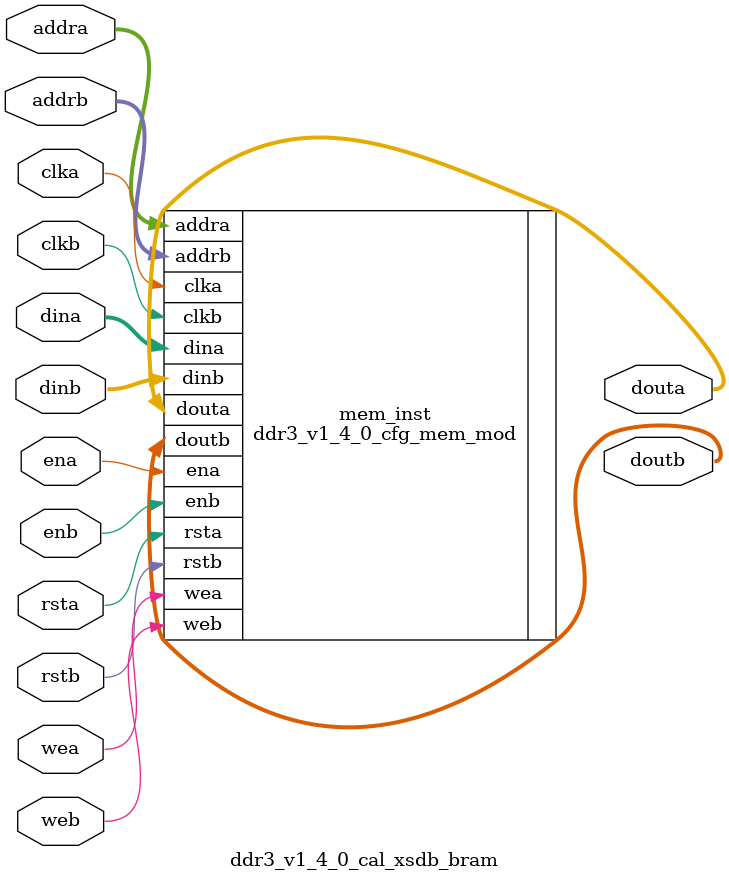
<source format=sv>
/******************************************************************************
// (c) Copyright 2013 - 2014 Xilinx, Inc. All rights reserved.
//
// This file contains confidential and proprietary information
// of Xilinx, Inc. and is protected under U.S. and
// international copyright and other intellectual property
// laws.
//
// DISCLAIMER
// This disclaimer is not a license and does not grant any
// rights to the materials distributed herewith. Except as
// otherwise provided in a valid license issued to you by
// Xilinx, and to the maximum extent permitted by applicable
// law: (1) THESE MATERIALS ARE MADE AVAILABLE "AS IS" AND
// WITH ALL FAULTS, AND XILINX HEREBY DISCLAIMS ALL WARRANTIES
// AND CONDITIONS, EXPRESS, IMPLIED, OR STATUTORY, INCLUDING
// BUT NOT LIMITED TO WARRANTIES OF MERCHANTABILITY, NON-
// INFRINGEMENT, OR FITNESS FOR ANY PARTICULAR PURPOSE; and
// (2) Xilinx shall not be liable (whether in contract or tort,
// including negligence, or under any other theory of
// liability) for any loss or damage of any kind or nature
// related to, arising under or in connection with these
// materials, including for any direct, or any indirect,
// special, incidental, or consequential loss or damage
// (including loss of data, profits, goodwill, or any type of
// loss or damage suffered as a result of any action brought
// by a third party) even if such damage or loss was
// reasonably foreseeable or Xilinx had been advised of the
// possibility of the same.
//
// CRITICAL APPLICATIONS
// Xilinx products are not designed or intended to be fail-
// safe, or for use in any application requiring fail-safe
// performance, such as life-support or safety devices or
// systems, Class III medical devices, nuclear facilities,
// applications related to the deployment of airbags, or any
// other applications that could lead to death, personal
// injury, or severe property or environmental damage
// (individually and collectively, "Critical
// Applications"). Customer assumes the sole risk and
// liability of any use of Xilinx products in Critical
// Applications, subject only to applicable laws and
// regulations governing limitations on product liability.
//
// THIS COPYRIGHT NOTICE AND DISCLAIMER MUST BE RETAINED AS
// PART OF THIS FILE AT ALL TIMES.
******************************************************************************/
//   ____  ____
//  /   /\/   /
// /___/  \  /    Vendor             : Xilinx
// \   \   \/     Version            : 2.0
//  \   \         Application        : MIG
//  /   /         Filename           : ddr3_v1_4_0_cal_xsdb_bram.sv
// /___/   /\     Date Last Modified : $Date: 2015/04/23 $
// \   \  /  \    Date Created       : Tue May 13 2014
//  \___\/\___\
//
// Device           : UltraScale
// Design Name      : DDR4 SDRAM & DDR3 SDRAM
// Purpose          :
//                   ddr3_v1_4_0_cal_xsdb_bram module
// Reference        :
// Revision History :
//*****************************************************************************
`timescale 1ns / 1ps

(* bram_map="yes" *)

module ddr3_v1_4_0_cal_xsdb_bram
    #(	
    
		parameter       	  MEM                        	  =  "DDR4"
		,parameter       	  DBYTES                     	  =  8 //4
		,parameter            START_ADDRESS                   =  18
		,parameter  		  SPREAD_SHEET_VERSION            =  2
		,parameter            RTL_VERSION                     =  0
		,parameter            MEM_CODE                        =  0
		,parameter  		  MEMORY_TYPE                     =  (MEM == "DDR4") ? 2 : 1
		,parameter            MEMORY_CONFIGURATION            =  1
		,parameter            MEMORY_VOLTAGE                  =  1
        ,parameter            CLKFBOUT_MULT_PLL               =  4
        ,parameter            DIVCLK_DIVIDE_PLL               =  1
        ,parameter            CLKOUT0_DIVIDE_PLL              =  1
        ,parameter            CLKFBOUT_MULT_MMCM              =  4
        ,parameter            DIVCLK_DIVIDE_MMCM              =  1
        ,parameter            CLKOUT0_DIVIDE_MMCM             =  4
		,parameter  		  DQBITS	                      =  64
		,parameter			  NIBBLE                          =  DQBITS/4
		,parameter  		  BITS_PER_BYTE                   =  8 //DQBITS/DBYTES
		,parameter  		  SLOTS                   =  1
		,parameter  		  ABITS                           =  10
		,parameter  		  BABITS                          =  2
		,parameter       	  BGBITS              	          =  2
		,parameter       	  CKEBITS                  		  =  4
		,parameter       	  CSBITS             	          =  4
		,parameter       	  ODTBITS                    	  =  4
		,parameter       	  DRAM_WIDTH                 	  =  8      // # of DQ per DQS
		,parameter       	  RANKS                      	  =  4 // 1      //1, 2, 3, or 4
		,parameter            S_HEIGHT                        =  1
		,parameter       	  nCK_PER_CLK                	  =  1      // # of memory CKs per fabric CLK
        ,parameter            tCK                             =  2000		
		,parameter       	  DM_DBI_SETTING             	  =  7     //// 3bits requried all 7
		,parameter            BISC_EN                         =  0
		,parameter       	  USE_CS_PORT             	      =  1     //// 1 bit
		,parameter            EXTRA_CMD_DELAY                 =  0     //// 1 bit
		,parameter            REG_CTRL_ON                     =  0     // RDIMM register control
		,parameter            CA_MIRROR                       =  0     //// 1 bit
		,parameter       	  DQS_GATE                   	  =  7
		,parameter       	  WRLVL                      	  =  7
		,parameter       	  RDLVL                      	  =  7
		,parameter       	  RDLVL_DBI                       =  7
		,parameter       	  WR_DQS_DQ                  	  =  7
		,parameter       	  WR_DQS_DM_DBI                   =  7
		,parameter            WRITE_LAT                       =  7
		,parameter       	  RDLVL_COMPLEX                   =  3     ///2 bits required all 3
		,parameter       	  WR_DQS_COMPLEX                  =  3     ///2 bits required all 3
		,parameter       	  DQS_TRACKING               	  =  3
		,parameter       	  RD_VREF                    	  =  3
		,parameter       	  RD_VREF_PATTERN                 =  3
		,parameter       	  WR_VREF                    	  =  3
		,parameter       	  WR_VREF_PATTERN                 =  3
		,parameter       	  DQS_SAMPLE_CNT             	  =  127
		,parameter       	  WRLVL_SAMPLE_CNT           	  =  255
		,parameter       	  RDLVL_SAMPLE_CNT           	  =  127
		,parameter       	  COMPLEX_LOOP_CNT           	  =  255
		,parameter       	  IODELAY_QTR_CK_TAP_CNT     	  =  255
		,parameter       	  DEBUG_MESSAGES     	          =  0
		,parameter         	  MR0                     		  =  13'b0000000110000
		,parameter         	  MR1                     		  =  13'b0000100000001 //RTT_NOM=RZQ/4 (60 Ohm)
		,parameter         	  MR2                     		  =  13'b0000000011000
		,parameter         	  MR3                     		  =  13'b0000000000000
		,parameter         	  MR4                     		  =  13'b0000000000000
		,parameter         	  MR5                     		  =  13'b0010000000000
		,parameter         	  MR6                     		  =  13'b0100000000000
		,parameter            ODTWR                           = 16'h0000
		,parameter            ODTRD                           = 16'h0000
		,parameter            SLOT0_CONFIG                    = 0     // all 9 bits
		,parameter            SLOT1_CONFIG                    = 0     // all 9 bits
		,parameter            SLOT0_FUNC_CS                   = 0     // all 9 bits
		,parameter            SLOT1_FUNC_CS                   = 0     // all 9 bits
		,parameter            SLOT0_ODD_CS                    = 0     // all 9 bits
		,parameter            SLOT1_ODD_CS                    = 0     // all 9 bits
		,parameter            DDR4_REG_RC03                   = 0     // all 9 bits
		,parameter            DDR4_REG_RC04                   = 0     // all 9 bits
		,parameter            DDR4_REG_RC05                   = 0     // all 9 bits
		,parameter            DDR4_REG_RC3X                   = 0     // all 9 bits
		
		,parameter         	  MR0_0                   		  =  MR0[8:0]
		,parameter         	  MR0_1                   		  =  {5'b0,MR0[12:9]}
		,parameter         	  MR1_0                   		  =  MR1[8:0]
		,parameter         	  MR1_1                   		  =  {5'b0,MR1[12:9]}
		,parameter         	  MR2_0                   	 	  =  MR2[8:0]
		,parameter         	  MR2_1                   		  =  {5'b0,MR2[12:9]}
		,parameter         	  MR3_0                   		  =  MR3[8:0]
		,parameter         	  MR3_1                   		  =  {5'b0,MR3[12:9]}
		,parameter         	  MR4_0                   		  =  MR4[8:0]
		,parameter         	  MR4_1                   		  =  {5'b0,MR4[12:9]}
		,parameter         	  MR5_0                   		  =  MR5[8:0]
		,parameter         	  MR5_1                   		  =  {5'b0,MR5[12:9]}
		,parameter         	  MR6_0                   		  =  MR6[8:0]
		,parameter         	  MR6_1                   		  =  {5'b0,MR6[12:9]}
  
       ,parameter NUM_BRAMS    = 1
	   ,parameter SIZE         = 36 * 1024 * NUM_BRAMS
    // Specify INITs as 9 bit blocks (256 locations per blockRAM)
       ,parameter ADDR_WIDTH   = 16
	   ,parameter DATA_WIDTH   = 9
       ,parameter PIPELINE_REG = 1 
    )
  (
	
		clka,
		clkb,
		ena,
		enb,
		addra,
		addrb,
		dina,
		dinb,
		douta,
		doutb,
		wea,
		web,
		rsta,
		rstb
);
input clka;
input clkb;
input ena;
input enb;
input [ADDR_WIDTH-1:0]addra;
input [ADDR_WIDTH-1:0]addrb;
input [DATA_WIDTH-1:0]dina;
input [DATA_WIDTH-1:0]dinb;
input wea;
input web;
input rsta;
input rstb;
output reg [DATA_WIDTH-1:0]douta;
output reg [DATA_WIDTH-1:0]doutb;


// Initial values to the BlockRam 0
localparam [8:0] mem0_init_0 = {4'b0,START_ADDRESS[4:0]};
localparam [8:0] mem0_init_1 = 9'b0;
localparam [8:0] mem0_init_2 = 9'b0;
localparam [8:0] mem0_init_3 = {5'b0,SPREAD_SHEET_VERSION[3:0]};
localparam [8:0] mem0_init_4 = {6'b0,MEMORY_TYPE[2:0]};
localparam [8:0] mem0_init_5 = {7'b0,RANKS[1:0]};
localparam [8:0] mem0_init_6 = DBYTES[8:0]; // MAN - repeats DBYTES parameter (may hardwire to BYTES for initial SW compatability)
localparam [8:0] mem0_init_7 = NIBBLE[8:0];
localparam [8:0] mem0_init_8 = BITS_PER_BYTE[8:0];
localparam [8:0] mem0_init_9 = 9'b1;
localparam [8:0] mem0_init_10 = 9'b1;
localparam [8:0] mem0_init_11 = 9'b1;
localparam [8:0] mem0_init_12 = SLOTS;
localparam [8:0] mem0_init_13 = 9'b0;
localparam [8:0] mem0_init_14 = 9'b0;
localparam [8:0] mem0_init_15 = 9'b0;
localparam [8:0] mem0_init_16 = 9'b0;
localparam [8:0] mem0_init_17 = 9'b0;
localparam [8:0] mem0_init_18 = RTL_VERSION[8:0];
localparam [8:0] mem0_init_19 = 9'b0;
localparam [8:0] mem0_init_20 = NUM_BRAMS[8:0];
localparam [8:0] mem0_init_21 = {BGBITS[1:0],BABITS[1:0],ABITS[4:0]};
localparam [8:0] mem0_init_22 = {ODTBITS[2:0],CSBITS[2:0],CKEBITS[2:0]};
localparam [8:0] mem0_init_23 = DBYTES[8:0];
localparam [8:0] mem0_init_24 = DRAM_WIDTH[8:0];
localparam [8:0] mem0_init_25 = {CA_MIRROR[0],REG_CTRL_ON[0],EXTRA_CMD_DELAY[0],USE_CS_PORT[0],BISC_EN[0],DM_DBI_SETTING[2:0],nCK_PER_CLK[0]};
localparam [8:0] mem0_init_26 = {RDLVL[2:0],WRLVL[2:0],DQS_GATE[2:0]};
localparam [8:0] mem0_init_27 = {WR_DQS_DM_DBI[2:0],WR_DQS_DQ[2:0],RDLVL_DBI[2:0]};
localparam [8:0] mem0_init_28 = {WR_DQS_COMPLEX[2:0],RDLVL_COMPLEX[2:0],WRITE_LAT[2:0]};
localparam [8:0] mem0_init_29 = {DEBUG_MESSAGES[0],RD_VREF_PATTERN[1:0],WR_VREF_PATTERN[1:0],RD_VREF[1:0],WR_VREF[1:0]};
localparam [8:0] mem0_init_30 = {7'b0,DQS_TRACKING[1:0]};
localparam [8:0] mem0_init_31 = DQS_SAMPLE_CNT[8:0];
localparam [8:0] mem0_init_32 = WRLVL_SAMPLE_CNT[8:0];
localparam [8:0] mem0_init_33 = RDLVL_SAMPLE_CNT[8:0];
localparam [8:0] mem0_init_34 = COMPLEX_LOOP_CNT[8:0];
localparam [8:0] mem0_init_35 = IODELAY_QTR_CK_TAP_CNT[8:0];
localparam [8:0] mem0_init_36 = {5'b0,S_HEIGHT[3:0]};
localparam [8:0] mem0_init_37 = 9'b0;
localparam [8:0] mem0_init_38 = 9'b0;
localparam [8:0] mem0_init_39 = 9'b0;
localparam [8:0] mem0_init_40 = {1'b0, ODTWR[7:0]};
localparam [8:0] mem0_init_41 = {1'b0, ODTWR[15:8]};
localparam [8:0] mem0_init_42 = {1'b0, ODTRD[7:0]};
localparam [8:0] mem0_init_43 = {1'b0, ODTRD[15:8]};
localparam [8:0] mem0_init_44 = SLOT0_CONFIG;
localparam [8:0] mem0_init_45 = SLOT1_CONFIG;
localparam [8:0] mem0_init_46 = SLOT0_FUNC_CS;
localparam [8:0] mem0_init_47 = SLOT1_FUNC_CS;
localparam [8:0] mem0_init_48 = SLOT0_ODD_CS;
localparam [8:0] mem0_init_49 = SLOT1_ODD_CS;
localparam [8:0] mem0_init_50 = DDR4_REG_RC03;
localparam [8:0] mem0_init_51 = DDR4_REG_RC04;
localparam [8:0] mem0_init_52 = DDR4_REG_RC05;
localparam [8:0] mem0_init_53 = DDR4_REG_RC3X;
localparam [8:0] mem0_init_54 = MR0_0[8:0];
localparam [8:0] mem0_init_55 = MR0_1[8:0];
localparam [8:0] mem0_init_56 = MR1_0[8:0];
localparam [8:0] mem0_init_57 = MR1_1[8:0];
localparam [8:0] mem0_init_58 = MR2_0[8:0];
localparam [8:0] mem0_init_59 = MR2_1[8:0];
localparam [8:0] mem0_init_60 = MR3_0[8:0];
localparam [8:0] mem0_init_61 = MR3_1[8:0];
localparam [8:0] mem0_init_62 = MR4_0[8:0];
localparam [8:0] mem0_init_63 = MR4_1[8:0];
localparam [8:0] mem0_init_64 = MR5_0[8:0];
localparam [8:0] mem0_init_65 = MR5_1[8:0];
localparam [8:0] mem0_init_66 = MR6_0[8:0];
localparam [8:0] mem0_init_67 = MR6_1[8:0];
localparam [8:0] mem0_init_68 = 9'b0;
localparam [8:0] mem0_init_69 = tCK[8:0];
localparam [8:0] mem0_init_70 = tCK[16:9];
localparam [8:0] mem0_init_71 = MEMORY_CONFIGURATION[8:0];
localparam [8:0] mem0_init_72 = MEMORY_VOLTAGE[8:0];
localparam [8:0] mem0_init_73 = CLKFBOUT_MULT_PLL[8:0];
localparam [8:0] mem0_init_74 = DIVCLK_DIVIDE_PLL[8:0];
localparam [8:0] mem0_init_75 = CLKFBOUT_MULT_MMCM[8:0];
localparam [8:0] mem0_init_76 = DIVCLK_DIVIDE_MMCM[8:0];
localparam [8:0] mem0_init_77 = 9'b0;
localparam [8:0] mem0_init_78 = 9'b0;
localparam [8:0] mem0_init_79 = 9'b0;
localparam [8:0] mem0_init_80 = 9'b0;
localparam [8:0] mem0_init_81 = 9'b0;
localparam [8:0] mem0_init_82 = 9'b0;
localparam [8:0] mem0_init_83 = 9'b0;
localparam [8:0] mem0_init_84 = 9'b0;
localparam [8:0] mem0_init_85 = 9'b0;
localparam [8:0] mem0_init_86 = 9'b0;
localparam [8:0] mem0_init_87 = 9'b0;
localparam [8:0] mem0_init_88 = 9'b0;
localparam [8:0] mem0_init_89 = 9'b0;
localparam [8:0] mem0_init_90 = 9'b0;
localparam [8:0] mem0_init_91 = 9'b0;
localparam [8:0] mem0_init_92 = 9'b0;
localparam [8:0] mem0_init_93 = 9'b0;
localparam [8:0] mem0_init_94 = 9'b0;
localparam [8:0] mem0_init_95 = 9'b0;
localparam [8:0] mem0_init_96 = 9'b0;
localparam [8:0] mem0_init_97 = 9'b0;
localparam [8:0] mem0_init_98 = 9'b0;
localparam [8:0] mem0_init_99 = 9'b0;
localparam [8:0] mem0_init_100 = 9'b0;
localparam [8:0] mem0_init_101 = 9'b0;
localparam [8:0] mem0_init_102 = 9'b0;
localparam [8:0] mem0_init_103 = 9'b0;
localparam [8:0] mem0_init_104 = 9'b0;
localparam [8:0] mem0_init_105 = 9'b0;
localparam [8:0] mem0_init_106 = 9'b0;
localparam [8:0] mem0_init_107 = 9'b0;
localparam [8:0] mem0_init_108 = 9'b0;
localparam [8:0] mem0_init_109 = 9'b0;
localparam [8:0] mem0_init_110 = 9'b0;
localparam [8:0] mem0_init_111 = 9'b0;
localparam [8:0] mem0_init_112 = 9'b0;
localparam [8:0] mem0_init_113 = 9'b0;
localparam [8:0] mem0_init_114 = 9'b0;
localparam [8:0] mem0_init_115 = 9'b0;
localparam [8:0] mem0_init_116 = 9'b0;
localparam [8:0] mem0_init_117 = 9'b0;
localparam [8:0] mem0_init_118 = 9'b0;
localparam [8:0] mem0_init_119 = 9'b0;
localparam [8:0] mem0_init_120 = 9'b0;
localparam [8:0] mem0_init_121 = 9'b0;
localparam [8:0] mem0_init_122 = 9'b0;
localparam [8:0] mem0_init_123 = 9'b0;
localparam [8:0] mem0_init_124 = 9'b0;
localparam [8:0] mem0_init_125 = 9'b0;
localparam [8:0] mem0_init_126 = 9'b0;
localparam [8:0] mem0_init_127 = 9'b0;
localparam [8:0] mem0_init_128 = 9'b0;
localparam [8:0] mem0_init_129 = 9'b0;
localparam [8:0] mem0_init_130 = 9'b0;
localparam [8:0] mem0_init_131 = 9'b0;
localparam [8:0] mem0_init_132 = 9'b0;
localparam [8:0] mem0_init_133 = 9'b0;
localparam [8:0] mem0_init_134 = 9'b0;
localparam [8:0] mem0_init_135 = 9'b0;
localparam [8:0] mem0_init_136 = 9'b0;
localparam [8:0] mem0_init_137 = 9'b0;
localparam [8:0] mem0_init_138 = 9'b0;
localparam [8:0] mem0_init_139 = 9'b0;
localparam [8:0] mem0_init_140 = 9'b0;
localparam [8:0] mem0_init_141 = 9'b0;
localparam [8:0] mem0_init_142 = 9'b0;
localparam [8:0] mem0_init_143 = 9'b0;
localparam [8:0] mem0_init_144 = 9'b0;
localparam [8:0] mem0_init_145 = 9'b0;
localparam [8:0] mem0_init_146 = 9'b0;
localparam [8:0] mem0_init_147 = 9'b0;
localparam [8:0] mem0_init_148 = 9'b0;
localparam [8:0] mem0_init_149 = 9'b0;
localparam [8:0] mem0_init_150 = 9'b0;
localparam [8:0] mem0_init_151 = 9'b0;
localparam [8:0] mem0_init_152 = 9'b0;
localparam [8:0] mem0_init_153 = 9'b0;
localparam [8:0] mem0_init_154 = 9'b0;
localparam [8:0] mem0_init_155 = 9'b0;
localparam [8:0] mem0_init_156 = 9'b0;
localparam [8:0] mem0_init_157 = 9'b0;
localparam [8:0] mem0_init_158 = 9'b0;
localparam [8:0] mem0_init_159 = 9'b0;
localparam [8:0] mem0_init_160 = 9'b0;
localparam [8:0] mem0_init_161 = 9'b0;
localparam [8:0] mem0_init_162 = 9'b0;
localparam [8:0] mem0_init_163 = 9'b0;
localparam [8:0] mem0_init_164 = 9'b0;
localparam [8:0] mem0_init_165 = 9'b0;
localparam [8:0] mem0_init_166 = 9'b0;
localparam [8:0] mem0_init_167 = 9'b0;
localparam [8:0] mem0_init_168 = 9'b0;
localparam [8:0] mem0_init_169 = 9'b0;
localparam [8:0] mem0_init_170 = 9'b0;
localparam [8:0] mem0_init_171 = 9'b0;
localparam [8:0] mem0_init_172 = 9'b0;
localparam [8:0] mem0_init_173 = 9'b0;
localparam [8:0] mem0_init_174 = 9'b0;
localparam [8:0] mem0_init_175 = 9'b0;
localparam [8:0] mem0_init_176 = 9'b0;
localparam [8:0] mem0_init_177 = 9'b0;
localparam [8:0] mem0_init_178 = 9'b0;
localparam [8:0] mem0_init_179 = 9'b0;
localparam [8:0] mem0_init_180 = 9'b0;
localparam [8:0] mem0_init_181 = 9'b0;
localparam [8:0] mem0_init_182 = 9'b0;
localparam [8:0] mem0_init_183 = 9'b0;
localparam [8:0] mem0_init_184 = 9'b0;
localparam [8:0] mem0_init_185 = 9'b0;
localparam [8:0] mem0_init_186 = 9'b0;
localparam [8:0] mem0_init_187 = 9'b0;
localparam [8:0] mem0_init_188 = 9'b0;
localparam [8:0] mem0_init_189 = 9'b0;
localparam [8:0] mem0_init_190 = 9'b0;
localparam [8:0] mem0_init_191 = 9'b0;
localparam [8:0] mem0_init_192 = 9'b0;
localparam [8:0] mem0_init_193 = 9'b0;
localparam [8:0] mem0_init_194 = 9'b0;
localparam [8:0] mem0_init_195 = 9'b0;
localparam [8:0] mem0_init_196 = 9'b0;
localparam [8:0] mem0_init_197 = 9'b0;
localparam [8:0] mem0_init_198 = 9'b0;
localparam [8:0] mem0_init_199 = 9'b0;
localparam [8:0] mem0_init_200 = 9'b0;
localparam [8:0] mem0_init_201 = 9'b0;
localparam [8:0] mem0_init_202 = 9'b0;
localparam [8:0] mem0_init_203 = 9'b0;
localparam [8:0] mem0_init_204 = 9'b0;
localparam [8:0] mem0_init_205 = 9'b0;
localparam [8:0] mem0_init_206 = 9'b0;
localparam [8:0] mem0_init_207 = 9'b0;
localparam [8:0] mem0_init_208 = 9'b0;
localparam [8:0] mem0_init_209 = 9'b0;
localparam [8:0] mem0_init_210 = 9'b0;
localparam [8:0] mem0_init_211 = 9'b0;
localparam [8:0] mem0_init_212 = 9'b0;
localparam [8:0] mem0_init_213 = 9'b0;
localparam [8:0] mem0_init_214 = 9'b0;
localparam [8:0] mem0_init_215 = 9'b0;
localparam [8:0] mem0_init_216 = 9'b0;
localparam [8:0] mem0_init_217 = 9'b0;
localparam [8:0] mem0_init_218 = 9'b0;
localparam [8:0] mem0_init_219 = 9'b0;
localparam [8:0] mem0_init_220 = 9'b0;
localparam [8:0] mem0_init_221 = 9'b0;
localparam [8:0] mem0_init_222 = 9'b0;
localparam [8:0] mem0_init_223 = 9'b0;
localparam [8:0] mem0_init_224 = 9'b0;
localparam [8:0] mem0_init_225 = 9'b0;
localparam [8:0] mem0_init_226 = 9'b0;
localparam [8:0] mem0_init_227 = 9'b0;
localparam [8:0] mem0_init_228 = 9'b0;
localparam [8:0] mem0_init_229 = 9'b0;
localparam [8:0] mem0_init_230 = 9'b0;
localparam [8:0] mem0_init_231 = 9'b0;
localparam [8:0] mem0_init_232 = 9'b0;
localparam [8:0] mem0_init_233 = 9'b0;
localparam [8:0] mem0_init_234 = 9'b0;
localparam [8:0] mem0_init_235 = 9'b0;
localparam [8:0] mem0_init_236 = 9'b0;
localparam [8:0] mem0_init_237 = 9'b0;
localparam [8:0] mem0_init_238 = 9'b0;
localparam [8:0] mem0_init_239 = 9'b0;
localparam [8:0] mem0_init_240 = 9'b0;
localparam [8:0] mem0_init_241 = 9'b0;
localparam [8:0] mem0_init_242 = 9'b0;
localparam [8:0] mem0_init_243 = 9'b0;
localparam [8:0] mem0_init_244 = 9'b0;
localparam [8:0] mem0_init_245 = 9'b0;
localparam [8:0] mem0_init_246 = 9'b0;
localparam [8:0] mem0_init_247 = 9'b0;
localparam [8:0] mem0_init_248 = 9'b0;
localparam [8:0] mem0_init_249 = 9'b0;
localparam [8:0] mem0_init_250 = 9'b0;
localparam [8:0] mem0_init_251 = 9'b0;
localparam [8:0] mem0_init_252 = 9'b0;
localparam [8:0] mem0_init_253 = 9'b0;
localparam [8:0] mem0_init_254 = 9'b0;
localparam [8:0] mem0_init_255 = 9'b0;

localparam [256*9-1:0] INIT_BRAM0 = {mem0_init_255,mem0_init_254,mem0_init_253,mem0_init_252,mem0_init_251,mem0_init_250,mem0_init_249,mem0_init_248,mem0_init_247,mem0_init_246,mem0_init_245,mem0_init_244,mem0_init_243,mem0_init_242,mem0_init_241,mem0_init_240,mem0_init_239,mem0_init_238,mem0_init_237,mem0_init_236,mem0_init_235,mem0_init_234,mem0_init_233,mem0_init_232,mem0_init_231,mem0_init_230,mem0_init_229,mem0_init_228,mem0_init_227,mem0_init_226,mem0_init_225,mem0_init_224,mem0_init_223,mem0_init_222,mem0_init_221,mem0_init_220,mem0_init_219,mem0_init_218,mem0_init_217,mem0_init_216,mem0_init_215,mem0_init_214,mem0_init_213,mem0_init_212,mem0_init_211,mem0_init_210,mem0_init_209,mem0_init_208,mem0_init_207,mem0_init_206,mem0_init_205,mem0_init_204,mem0_init_203,mem0_init_202,mem0_init_201,mem0_init_200,mem0_init_199,mem0_init_198,mem0_init_197,mem0_init_196,mem0_init_195,mem0_init_194,mem0_init_193,mem0_init_192,mem0_init_191,mem0_init_190,mem0_init_189,mem0_init_188,mem0_init_187,mem0_init_186,mem0_init_185,mem0_init_184,mem0_init_183,mem0_init_182,mem0_init_181,mem0_init_180,mem0_init_179,mem0_init_178,mem0_init_177,mem0_init_176,mem0_init_175,mem0_init_174,mem0_init_173,mem0_init_172,mem0_init_171,mem0_init_170,mem0_init_169,mem0_init_168,mem0_init_167,mem0_init_166,mem0_init_165,mem0_init_164,mem0_init_163,mem0_init_162,mem0_init_161,mem0_init_160,mem0_init_159,mem0_init_158,mem0_init_157,mem0_init_156,mem0_init_155,mem0_init_154,mem0_init_153,mem0_init_152,mem0_init_151,mem0_init_150,mem0_init_149,mem0_init_148,mem0_init_147,mem0_init_146,mem0_init_145,mem0_init_144,mem0_init_143,mem0_init_142,mem0_init_141,mem0_init_140,mem0_init_139,mem0_init_138,mem0_init_137,mem0_init_136,mem0_init_135,mem0_init_134,mem0_init_133,mem0_init_132,mem0_init_131,mem0_init_130,mem0_init_129,mem0_init_128,mem0_init_127,mem0_init_126,mem0_init_125,mem0_init_124,mem0_init_123,mem0_init_122,mem0_init_121,mem0_init_120,mem0_init_119,mem0_init_118,mem0_init_117,mem0_init_116,mem0_init_115,mem0_init_114,mem0_init_113,mem0_init_112,mem0_init_111,mem0_init_110,mem0_init_109,mem0_init_108,mem0_init_107,mem0_init_106,mem0_init_105,mem0_init_104,mem0_init_103,mem0_init_102,mem0_init_101,mem0_init_100,mem0_init_99,mem0_init_98,mem0_init_97,mem0_init_96,mem0_init_95,mem0_init_94,mem0_init_93,mem0_init_92,mem0_init_91,mem0_init_90,mem0_init_89,mem0_init_88,mem0_init_87,mem0_init_86,mem0_init_85,mem0_init_84,mem0_init_83,mem0_init_82,mem0_init_81,mem0_init_80,mem0_init_79,mem0_init_78,mem0_init_77,mem0_init_76,mem0_init_75,mem0_init_74,mem0_init_73,mem0_init_72,mem0_init_71,mem0_init_70,mem0_init_69,mem0_init_68,mem0_init_67,mem0_init_66,mem0_init_65,mem0_init_64,mem0_init_63,mem0_init_62,mem0_init_61,mem0_init_60,mem0_init_59,mem0_init_58,mem0_init_57,mem0_init_56,mem0_init_55,mem0_init_54,mem0_init_53,mem0_init_52,mem0_init_51,mem0_init_50,mem0_init_49,mem0_init_48,mem0_init_47,mem0_init_46,mem0_init_45,mem0_init_44,mem0_init_43,mem0_init_42,mem0_init_41,mem0_init_40,mem0_init_39,mem0_init_38,mem0_init_37,mem0_init_36,mem0_init_35,mem0_init_34,mem0_init_33,mem0_init_32,mem0_init_31,mem0_init_30,mem0_init_29,mem0_init_28,mem0_init_27,mem0_init_26,mem0_init_25,mem0_init_24,mem0_init_23,mem0_init_22,mem0_init_21,mem0_init_20,mem0_init_19,mem0_init_18,mem0_init_17,mem0_init_16,mem0_init_15,mem0_init_14,mem0_init_13,mem0_init_12,mem0_init_11,mem0_init_10,mem0_init_9,mem0_init_8,mem0_init_7,mem0_init_6,mem0_init_5,mem0_init_4,mem0_init_3,mem0_init_2,mem0_init_1,mem0_init_0};

// Populate INIT's for rest of BlockRAMs if required
localparam [256*9*NUM_BRAMS-1:0] INIT = ( NUM_BRAMS == 1 ) ? INIT_BRAM0 : ( NUM_BRAMS == 2 ) ? {2304'b0 ,INIT_BRAM0} : {{2{2304'b0}} ,INIT_BRAM0};

ddr3_v1_4_0_cfg_mem_mod # (
               .SIZE(SIZE),
               .INIT(INIT),
               .ADDR_WIDTH(ADDR_WIDTH),
               .DATA_WIDTH(9),
               .PIPELINE_REG(PIPELINE_REG)
              )
     mem_inst (
                .clka(clka),
                .clkb(clkb),
                .ena(ena),
                .enb(enb),
                .addra(addra),
                .addrb(addrb),
                .dina(dina),
                .dinb(dinb),
                .wea(wea),
                .web(web),
                .rsta(rsta),
                .rstb(rstb),
                .douta(douta),
                .doutb(doutb)
               );

endmodule


</source>
